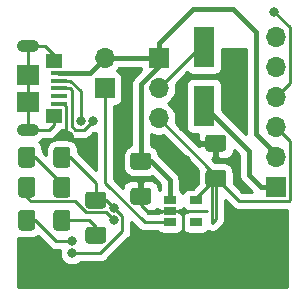
<source format=gbr>
G04 #@! TF.GenerationSoftware,KiCad,Pcbnew,5.1.6-c6e7f7d~86~ubuntu18.04.1*
G04 #@! TF.CreationDate,2020-05-25T23:57:25-07:00*
G04 #@! TF.ProjectId,usb_power,7573625f-706f-4776-9572-2e6b69636164,rev?*
G04 #@! TF.SameCoordinates,Original*
G04 #@! TF.FileFunction,Copper,L1,Top*
G04 #@! TF.FilePolarity,Positive*
%FSLAX46Y46*%
G04 Gerber Fmt 4.6, Leading zero omitted, Abs format (unit mm)*
G04 Created by KiCad (PCBNEW 5.1.6-c6e7f7d~86~ubuntu18.04.1) date 2020-05-25 23:57:25*
%MOMM*%
%LPD*%
G01*
G04 APERTURE LIST*
G04 #@! TA.AperFunction,SMDPad,CuDef*
%ADD10R,1.450000X1.150000*%
G04 #@! TD*
G04 #@! TA.AperFunction,ComponentPad*
%ADD11O,1.900000X1.050000*%
G04 #@! TD*
G04 #@! TA.AperFunction,SMDPad,CuDef*
%ADD12R,1.900000X1.750000*%
G04 #@! TD*
G04 #@! TA.AperFunction,SMDPad,CuDef*
%ADD13R,1.400000X0.400000*%
G04 #@! TD*
G04 #@! TA.AperFunction,ComponentPad*
%ADD14O,1.700000X1.700000*%
G04 #@! TD*
G04 #@! TA.AperFunction,ComponentPad*
%ADD15R,1.700000X1.700000*%
G04 #@! TD*
G04 #@! TA.AperFunction,SMDPad,CuDef*
%ADD16R,1.800000X3.500000*%
G04 #@! TD*
G04 #@! TA.AperFunction,SMDPad,CuDef*
%ADD17R,1.060000X0.650000*%
G04 #@! TD*
G04 #@! TA.AperFunction,ViaPad*
%ADD18C,0.800000*%
G04 #@! TD*
G04 #@! TA.AperFunction,Conductor*
%ADD19C,0.400000*%
G04 #@! TD*
G04 #@! TA.AperFunction,Conductor*
%ADD20C,0.250000*%
G04 #@! TD*
G04 #@! TA.AperFunction,Conductor*
%ADD21C,0.254000*%
G04 #@! TD*
G04 APERTURE END LIST*
D10*
X154192000Y-92930000D03*
X154192000Y-97570000D03*
D11*
X151962000Y-98825000D03*
X151962000Y-91675000D03*
D12*
X151962000Y-94125000D03*
D13*
X154612000Y-95250000D03*
X154612000Y-95900000D03*
X154612000Y-96550000D03*
X154612000Y-93950000D03*
X154612000Y-94600000D03*
D12*
X151962000Y-96375000D03*
G04 #@! TA.AperFunction,SMDPad,CuDef*
G36*
G01*
X152604500Y-100467000D02*
X152604500Y-101717000D01*
G75*
G02*
X152354500Y-101967000I-250000J0D01*
G01*
X151429500Y-101967000D01*
G75*
G02*
X151179500Y-101717000I0J250000D01*
G01*
X151179500Y-100467000D01*
G75*
G02*
X151429500Y-100217000I250000J0D01*
G01*
X152354500Y-100217000D01*
G75*
G02*
X152604500Y-100467000I0J-250000D01*
G01*
G37*
G04 #@! TD.AperFunction*
G04 #@! TA.AperFunction,SMDPad,CuDef*
G36*
G01*
X155579500Y-100467000D02*
X155579500Y-101717000D01*
G75*
G02*
X155329500Y-101967000I-250000J0D01*
G01*
X154404500Y-101967000D01*
G75*
G02*
X154154500Y-101717000I0J250000D01*
G01*
X154154500Y-100467000D01*
G75*
G02*
X154404500Y-100217000I250000J0D01*
G01*
X155329500Y-100217000D01*
G75*
G02*
X155579500Y-100467000I0J-250000D01*
G01*
G37*
G04 #@! TD.AperFunction*
G04 #@! TA.AperFunction,SMDPad,CuDef*
G36*
G01*
X157109000Y-106983500D02*
X158359000Y-106983500D01*
G75*
G02*
X158609000Y-107233500I0J-250000D01*
G01*
X158609000Y-108158500D01*
G75*
G02*
X158359000Y-108408500I-250000J0D01*
G01*
X157109000Y-108408500D01*
G75*
G02*
X156859000Y-108158500I0J250000D01*
G01*
X156859000Y-107233500D01*
G75*
G02*
X157109000Y-106983500I250000J0D01*
G01*
G37*
G04 #@! TD.AperFunction*
G04 #@! TA.AperFunction,SMDPad,CuDef*
G36*
G01*
X157109000Y-104008500D02*
X158359000Y-104008500D01*
G75*
G02*
X158609000Y-104258500I0J-250000D01*
G01*
X158609000Y-105183500D01*
G75*
G02*
X158359000Y-105433500I-250000J0D01*
G01*
X157109000Y-105433500D01*
G75*
G02*
X156859000Y-105183500I0J250000D01*
G01*
X156859000Y-104258500D01*
G75*
G02*
X157109000Y-104008500I250000J0D01*
G01*
G37*
G04 #@! TD.AperFunction*
D14*
X172974000Y-90932000D03*
X172974000Y-93472000D03*
X172974000Y-96012000D03*
X172974000Y-98552000D03*
X172974000Y-101092000D03*
D15*
X172974000Y-103632000D03*
G04 #@! TA.AperFunction,SMDPad,CuDef*
G36*
G01*
X154154500Y-104257000D02*
X154154500Y-103007000D01*
G75*
G02*
X154404500Y-102757000I250000J0D01*
G01*
X155329500Y-102757000D01*
G75*
G02*
X155579500Y-103007000I0J-250000D01*
G01*
X155579500Y-104257000D01*
G75*
G02*
X155329500Y-104507000I-250000J0D01*
G01*
X154404500Y-104507000D01*
G75*
G02*
X154154500Y-104257000I0J250000D01*
G01*
G37*
G04 #@! TD.AperFunction*
G04 #@! TA.AperFunction,SMDPad,CuDef*
G36*
G01*
X151179500Y-104257000D02*
X151179500Y-103007000D01*
G75*
G02*
X151429500Y-102757000I250000J0D01*
G01*
X152354500Y-102757000D01*
G75*
G02*
X152604500Y-103007000I0J-250000D01*
G01*
X152604500Y-104257000D01*
G75*
G02*
X152354500Y-104507000I-250000J0D01*
G01*
X151429500Y-104507000D01*
G75*
G02*
X151179500Y-104257000I0J250000D01*
G01*
G37*
G04 #@! TD.AperFunction*
G04 #@! TA.AperFunction,SMDPad,CuDef*
G36*
G01*
X154154500Y-107051000D02*
X154154500Y-105801000D01*
G75*
G02*
X154404500Y-105551000I250000J0D01*
G01*
X155329500Y-105551000D01*
G75*
G02*
X155579500Y-105801000I0J-250000D01*
G01*
X155579500Y-107051000D01*
G75*
G02*
X155329500Y-107301000I-250000J0D01*
G01*
X154404500Y-107301000D01*
G75*
G02*
X154154500Y-107051000I0J250000D01*
G01*
G37*
G04 #@! TD.AperFunction*
G04 #@! TA.AperFunction,SMDPad,CuDef*
G36*
G01*
X151179500Y-107051000D02*
X151179500Y-105801000D01*
G75*
G02*
X151429500Y-105551000I250000J0D01*
G01*
X152354500Y-105551000D01*
G75*
G02*
X152604500Y-105801000I0J-250000D01*
G01*
X152604500Y-107051000D01*
G75*
G02*
X152354500Y-107301000I-250000J0D01*
G01*
X151429500Y-107301000D01*
G75*
G02*
X151179500Y-107051000I0J250000D01*
G01*
G37*
G04 #@! TD.AperFunction*
G04 #@! TA.AperFunction,SMDPad,CuDef*
G36*
G01*
X160919000Y-100706500D02*
X162169000Y-100706500D01*
G75*
G02*
X162419000Y-100956500I0J-250000D01*
G01*
X162419000Y-101881500D01*
G75*
G02*
X162169000Y-102131500I-250000J0D01*
G01*
X160919000Y-102131500D01*
G75*
G02*
X160669000Y-101881500I0J250000D01*
G01*
X160669000Y-100956500D01*
G75*
G02*
X160919000Y-100706500I250000J0D01*
G01*
G37*
G04 #@! TD.AperFunction*
G04 #@! TA.AperFunction,SMDPad,CuDef*
G36*
G01*
X160919000Y-103681500D02*
X162169000Y-103681500D01*
G75*
G02*
X162419000Y-103931500I0J-250000D01*
G01*
X162419000Y-104856500D01*
G75*
G02*
X162169000Y-105106500I-250000J0D01*
G01*
X160919000Y-105106500D01*
G75*
G02*
X160669000Y-104856500I0J250000D01*
G01*
X160669000Y-103931500D01*
G75*
G02*
X160919000Y-103681500I250000J0D01*
G01*
G37*
G04 #@! TD.AperFunction*
G04 #@! TA.AperFunction,SMDPad,CuDef*
G36*
G01*
X168519000Y-100607500D02*
X167269000Y-100607500D01*
G75*
G02*
X167019000Y-100357500I0J250000D01*
G01*
X167019000Y-99432500D01*
G75*
G02*
X167269000Y-99182500I250000J0D01*
G01*
X168519000Y-99182500D01*
G75*
G02*
X168769000Y-99432500I0J-250000D01*
G01*
X168769000Y-100357500D01*
G75*
G02*
X168519000Y-100607500I-250000J0D01*
G01*
G37*
G04 #@! TD.AperFunction*
G04 #@! TA.AperFunction,SMDPad,CuDef*
G36*
G01*
X168519000Y-103582500D02*
X167269000Y-103582500D01*
G75*
G02*
X167019000Y-103332500I0J250000D01*
G01*
X167019000Y-102407500D01*
G75*
G02*
X167269000Y-102157500I250000J0D01*
G01*
X168519000Y-102157500D01*
G75*
G02*
X168769000Y-102407500I0J-250000D01*
G01*
X168769000Y-103332500D01*
G75*
G02*
X168519000Y-103582500I-250000J0D01*
G01*
G37*
G04 #@! TD.AperFunction*
D16*
X166878000Y-96734000D03*
X166878000Y-91734000D03*
D15*
X158496000Y-95250000D03*
D14*
X158496000Y-92710000D03*
D15*
X163068000Y-92710000D03*
D14*
X163068000Y-95250000D03*
X163068000Y-97790000D03*
D17*
X164000000Y-104714000D03*
X164000000Y-105664000D03*
X164000000Y-106614000D03*
X166200000Y-106614000D03*
X166200000Y-104714000D03*
D18*
X151765000Y-109728000D03*
X172847000Y-88773000D03*
X159766000Y-99568000D03*
X155448000Y-99314000D03*
X165354000Y-101346000D03*
X165100000Y-98552000D03*
X155702000Y-108204000D03*
X159258000Y-106426000D03*
X156447000Y-98044000D03*
X157497000Y-98044000D03*
X159262653Y-105405347D03*
X155702000Y-109220000D03*
D19*
X158496000Y-92710000D02*
X163068000Y-92710000D01*
X164000000Y-103989000D02*
X164000000Y-104714000D01*
X164000000Y-103000000D02*
X164000000Y-103989000D01*
X162419000Y-101419000D02*
X164000000Y-103000000D01*
X161544000Y-101419000D02*
X162419000Y-101419000D01*
X161544000Y-94923998D02*
X161544000Y-101419000D01*
X163068000Y-92710000D02*
X163068000Y-93399998D01*
X163068000Y-93399998D02*
X161544000Y-94923998D01*
X157256000Y-93950000D02*
X154624500Y-93950000D01*
X158496000Y-92710000D02*
X157256000Y-93950000D01*
X163068000Y-91460000D02*
X163068000Y-92710000D01*
X165960001Y-88567999D02*
X163068000Y-91460000D01*
X169368001Y-88567999D02*
X165960001Y-88567999D01*
X171288010Y-90488008D02*
X169368001Y-88567999D01*
X171288010Y-99152010D02*
X171288010Y-90488008D01*
X172974000Y-100838000D02*
X171288010Y-99152010D01*
X172974000Y-101092000D02*
X172974000Y-100838000D01*
D20*
X163220000Y-105664000D02*
X164000000Y-105664000D01*
X162101500Y-105664000D02*
X163220000Y-105664000D01*
X161544000Y-105106500D02*
X162101500Y-105664000D01*
X161544000Y-104394000D02*
X161544000Y-105106500D01*
X174149001Y-90075001D02*
X172847000Y-88773000D01*
X172974000Y-96012000D02*
X174149001Y-94836999D01*
X174149001Y-94836999D02*
X174149001Y-90075001D01*
X155242001Y-99108001D02*
X155448000Y-99314000D01*
X154612000Y-96550000D02*
X155057002Y-96550000D01*
X155242001Y-96734999D02*
X155242001Y-99108001D01*
X155057002Y-96550000D02*
X155242001Y-96734999D01*
X164780000Y-105664000D02*
X165100000Y-105984000D01*
X164000000Y-105664000D02*
X164780000Y-105664000D01*
X165100000Y-105984000D02*
X165100000Y-106172000D01*
X165100000Y-106172000D02*
X165100000Y-107442000D01*
X164000000Y-105664000D02*
X167132000Y-105664000D01*
X167894000Y-99895000D02*
X166443000Y-99895000D01*
X166443000Y-99895000D02*
X165100000Y-98552000D01*
X172974000Y-98552000D02*
X174149001Y-99727001D01*
X174149001Y-99727001D02*
X174149001Y-104742001D01*
X169831001Y-104807001D02*
X167894000Y-102870000D01*
X174084001Y-104807001D02*
X169831001Y-104807001D01*
X174149001Y-104742001D02*
X174084001Y-104807001D01*
X166200000Y-104564000D02*
X167894000Y-102870000D01*
X166200000Y-104714000D02*
X166200000Y-104564000D01*
X167582010Y-102304010D02*
X163068000Y-97790000D01*
X167582010Y-106671992D02*
X167582010Y-102304010D01*
X167894000Y-106360002D02*
X167582010Y-106671992D01*
X167894000Y-102870000D02*
X167894000Y-106360002D01*
D19*
X171724000Y-103632000D02*
X172974000Y-103632000D01*
X170688000Y-102596000D02*
X171724000Y-103632000D01*
X170688000Y-100544000D02*
X166878000Y-96734000D01*
X170688000Y-102596000D02*
X170688000Y-100544000D01*
D20*
X166584000Y-91734000D02*
X166878000Y-91734000D01*
X163068000Y-95250000D02*
X166584000Y-91734000D01*
X154192000Y-98395000D02*
X153781000Y-98806000D01*
X154192000Y-97570000D02*
X154192000Y-98395000D01*
X151981000Y-98806000D02*
X151962000Y-98825000D01*
X153781000Y-98806000D02*
X151981000Y-98806000D01*
X154192000Y-92930000D02*
X154192000Y-92470000D01*
X153397000Y-91675000D02*
X151962000Y-91675000D01*
X154192000Y-92470000D02*
X153397000Y-91675000D01*
X151962000Y-98825000D02*
X151962000Y-91675000D01*
X163220000Y-106614000D02*
X164000000Y-106614000D01*
X161863310Y-106614000D02*
X163220000Y-106614000D01*
X158496000Y-103246690D02*
X161863310Y-106614000D01*
X158496000Y-95250000D02*
X158496000Y-103246690D01*
X155579500Y-106426000D02*
X154867000Y-106426000D01*
X157176500Y-106426000D02*
X155579500Y-106426000D01*
X157734000Y-106983500D02*
X157176500Y-106426000D01*
X157734000Y-107696000D02*
X157734000Y-106983500D01*
X154382500Y-108204000D02*
X155702000Y-108204000D01*
X151892000Y-106426000D02*
X152604500Y-106426000D01*
X152604500Y-106426000D02*
X154382500Y-108204000D01*
X154867000Y-103354500D02*
X154867000Y-103632000D01*
X152604500Y-101092000D02*
X154867000Y-103354500D01*
X151892000Y-101092000D02*
X152604500Y-101092000D01*
X151892000Y-104507000D02*
X152217010Y-104832010D01*
X151892000Y-103632000D02*
X151892000Y-104507000D01*
X152217010Y-104832010D02*
X155944320Y-104832010D01*
X155944320Y-104832010D02*
X156870820Y-105758510D01*
X156870820Y-105758510D02*
X158590510Y-105758510D01*
X158590510Y-105758510D02*
X159258000Y-106426000D01*
X155549500Y-94600000D02*
X154624500Y-94600000D01*
X156447000Y-95497500D02*
X155549500Y-94600000D01*
X156447000Y-98044000D02*
X156447000Y-95497500D01*
X155692012Y-98485008D02*
X155692012Y-95392512D01*
X155549500Y-95250000D02*
X154624500Y-95250000D01*
X155692012Y-95392512D02*
X155549500Y-95250000D01*
X156771999Y-98769001D02*
X155976005Y-98769001D01*
X155976005Y-98769001D02*
X155692012Y-98485008D01*
X157497000Y-98044000D02*
X156771999Y-98769001D01*
X157734000Y-103246500D02*
X157734000Y-104008500D01*
X155579500Y-101092000D02*
X157734000Y-103246500D01*
X157734000Y-104008500D02*
X157734000Y-104721000D01*
X154867000Y-101092000D02*
X155579500Y-101092000D01*
X157734000Y-104721000D02*
X158578306Y-104721000D01*
X158578306Y-104721000D02*
X159262653Y-105405347D01*
X159983001Y-107347689D02*
X158110690Y-109220000D01*
X159983001Y-106077999D02*
X159983001Y-107347689D01*
X157734000Y-104721000D02*
X158626002Y-104721000D01*
X158110690Y-109220000D02*
X155702000Y-109220000D01*
X158626002Y-104721000D02*
X159983001Y-106077999D01*
D21*
G36*
X169267202Y-105318004D02*
G01*
X169291000Y-105347002D01*
X169319998Y-105370800D01*
X169406724Y-105441975D01*
X169531735Y-105508795D01*
X169538754Y-105512547D01*
X169682015Y-105556004D01*
X169793668Y-105567001D01*
X169793677Y-105567001D01*
X169831000Y-105570677D01*
X169868323Y-105567001D01*
X173965000Y-105567001D01*
X173965000Y-108552582D01*
X173965001Y-112116000D01*
X151155000Y-112116000D01*
X151155000Y-107891296D01*
X151256246Y-107922008D01*
X151429500Y-107939072D01*
X152354500Y-107939072D01*
X152527754Y-107922008D01*
X152694350Y-107871472D01*
X152847886Y-107789405D01*
X152872722Y-107769023D01*
X153818701Y-108715003D01*
X153842499Y-108744001D01*
X153958224Y-108838974D01*
X154090253Y-108909546D01*
X154233514Y-108953003D01*
X154345167Y-108964000D01*
X154345175Y-108964000D01*
X154382500Y-108967676D01*
X154419825Y-108964000D01*
X154697644Y-108964000D01*
X154667000Y-109118061D01*
X154667000Y-109321939D01*
X154706774Y-109521898D01*
X154784795Y-109710256D01*
X154898063Y-109879774D01*
X155042226Y-110023937D01*
X155211744Y-110137205D01*
X155400102Y-110215226D01*
X155600061Y-110255000D01*
X155803939Y-110255000D01*
X156003898Y-110215226D01*
X156192256Y-110137205D01*
X156361774Y-110023937D01*
X156405711Y-109980000D01*
X158073368Y-109980000D01*
X158110690Y-109983676D01*
X158148012Y-109980000D01*
X158148023Y-109980000D01*
X158259676Y-109969003D01*
X158402937Y-109925546D01*
X158534966Y-109854974D01*
X158650691Y-109760001D01*
X158674494Y-109730997D01*
X160494004Y-107911488D01*
X160523002Y-107887690D01*
X160617975Y-107771965D01*
X160688547Y-107639936D01*
X160732004Y-107496675D01*
X160743001Y-107385022D01*
X160746678Y-107347689D01*
X160743001Y-107310356D01*
X160743001Y-106568494D01*
X161299515Y-107125008D01*
X161323309Y-107154001D01*
X161352302Y-107177795D01*
X161352306Y-107177799D01*
X161415837Y-107229937D01*
X161439034Y-107248974D01*
X161571063Y-107319546D01*
X161714324Y-107363003D01*
X161825977Y-107374000D01*
X161825986Y-107374000D01*
X161863309Y-107377676D01*
X161900632Y-107374000D01*
X163005532Y-107374000D01*
X163018815Y-107390185D01*
X163115506Y-107469537D01*
X163225820Y-107528502D01*
X163345518Y-107564812D01*
X163470000Y-107577072D01*
X164530000Y-107577072D01*
X164654482Y-107564812D01*
X164774180Y-107528502D01*
X164884494Y-107469537D01*
X164981185Y-107390185D01*
X165060537Y-107293494D01*
X165100000Y-107219665D01*
X165139463Y-107293494D01*
X165218815Y-107390185D01*
X165315506Y-107469537D01*
X165425820Y-107528502D01*
X165545518Y-107564812D01*
X165670000Y-107577072D01*
X166730000Y-107577072D01*
X166854482Y-107564812D01*
X166974180Y-107528502D01*
X167084494Y-107469537D01*
X167181185Y-107390185D01*
X167221506Y-107341053D01*
X167289763Y-107377538D01*
X167433024Y-107420995D01*
X167582010Y-107435669D01*
X167730995Y-107420995D01*
X167874256Y-107377538D01*
X167949554Y-107337290D01*
X168006286Y-107306966D01*
X168076950Y-107248973D01*
X168122011Y-107211993D01*
X168145813Y-107182990D01*
X168405002Y-106923802D01*
X168434001Y-106900003D01*
X168528974Y-106784278D01*
X168599546Y-106652249D01*
X168643003Y-106508988D01*
X168654000Y-106397335D01*
X168654000Y-106397326D01*
X168657676Y-106360003D01*
X168654000Y-106322680D01*
X168654000Y-104704802D01*
X169267202Y-105318004D01*
G37*
X169267202Y-105318004D02*
X169291000Y-105347002D01*
X169319998Y-105370800D01*
X169406724Y-105441975D01*
X169531735Y-105508795D01*
X169538754Y-105512547D01*
X169682015Y-105556004D01*
X169793668Y-105567001D01*
X169793677Y-105567001D01*
X169831000Y-105570677D01*
X169868323Y-105567001D01*
X173965000Y-105567001D01*
X173965000Y-108552582D01*
X173965001Y-112116000D01*
X151155000Y-112116000D01*
X151155000Y-107891296D01*
X151256246Y-107922008D01*
X151429500Y-107939072D01*
X152354500Y-107939072D01*
X152527754Y-107922008D01*
X152694350Y-107871472D01*
X152847886Y-107789405D01*
X152872722Y-107769023D01*
X153818701Y-108715003D01*
X153842499Y-108744001D01*
X153958224Y-108838974D01*
X154090253Y-108909546D01*
X154233514Y-108953003D01*
X154345167Y-108964000D01*
X154345175Y-108964000D01*
X154382500Y-108967676D01*
X154419825Y-108964000D01*
X154697644Y-108964000D01*
X154667000Y-109118061D01*
X154667000Y-109321939D01*
X154706774Y-109521898D01*
X154784795Y-109710256D01*
X154898063Y-109879774D01*
X155042226Y-110023937D01*
X155211744Y-110137205D01*
X155400102Y-110215226D01*
X155600061Y-110255000D01*
X155803939Y-110255000D01*
X156003898Y-110215226D01*
X156192256Y-110137205D01*
X156361774Y-110023937D01*
X156405711Y-109980000D01*
X158073368Y-109980000D01*
X158110690Y-109983676D01*
X158148012Y-109980000D01*
X158148023Y-109980000D01*
X158259676Y-109969003D01*
X158402937Y-109925546D01*
X158534966Y-109854974D01*
X158650691Y-109760001D01*
X158674494Y-109730997D01*
X160494004Y-107911488D01*
X160523002Y-107887690D01*
X160617975Y-107771965D01*
X160688547Y-107639936D01*
X160732004Y-107496675D01*
X160743001Y-107385022D01*
X160746678Y-107347689D01*
X160743001Y-107310356D01*
X160743001Y-106568494D01*
X161299515Y-107125008D01*
X161323309Y-107154001D01*
X161352302Y-107177795D01*
X161352306Y-107177799D01*
X161415837Y-107229937D01*
X161439034Y-107248974D01*
X161571063Y-107319546D01*
X161714324Y-107363003D01*
X161825977Y-107374000D01*
X161825986Y-107374000D01*
X161863309Y-107377676D01*
X161900632Y-107374000D01*
X163005532Y-107374000D01*
X163018815Y-107390185D01*
X163115506Y-107469537D01*
X163225820Y-107528502D01*
X163345518Y-107564812D01*
X163470000Y-107577072D01*
X164530000Y-107577072D01*
X164654482Y-107564812D01*
X164774180Y-107528502D01*
X164884494Y-107469537D01*
X164981185Y-107390185D01*
X165060537Y-107293494D01*
X165100000Y-107219665D01*
X165139463Y-107293494D01*
X165218815Y-107390185D01*
X165315506Y-107469537D01*
X165425820Y-107528502D01*
X165545518Y-107564812D01*
X165670000Y-107577072D01*
X166730000Y-107577072D01*
X166854482Y-107564812D01*
X166974180Y-107528502D01*
X167084494Y-107469537D01*
X167181185Y-107390185D01*
X167221506Y-107341053D01*
X167289763Y-107377538D01*
X167433024Y-107420995D01*
X167582010Y-107435669D01*
X167730995Y-107420995D01*
X167874256Y-107377538D01*
X167949554Y-107337290D01*
X168006286Y-107306966D01*
X168076950Y-107248973D01*
X168122011Y-107211993D01*
X168145813Y-107182990D01*
X168405002Y-106923802D01*
X168434001Y-106900003D01*
X168528974Y-106784278D01*
X168599546Y-106652249D01*
X168643003Y-106508988D01*
X168654000Y-106397335D01*
X168654000Y-106397326D01*
X168657676Y-106360003D01*
X168654000Y-106322680D01*
X168654000Y-104704802D01*
X169267202Y-105318004D01*
G36*
X165218815Y-105490185D02*
G01*
X165315506Y-105569537D01*
X165425820Y-105628502D01*
X165542841Y-105664000D01*
X165425820Y-105699498D01*
X165315506Y-105758463D01*
X165218815Y-105837815D01*
X165144103Y-105928853D01*
X165006250Y-105791000D01*
X164924141Y-105791000D01*
X164884494Y-105758463D01*
X164774180Y-105699498D01*
X164657159Y-105664000D01*
X164774180Y-105628502D01*
X164884494Y-105569537D01*
X164924141Y-105537000D01*
X165006250Y-105537000D01*
X165144103Y-105399147D01*
X165218815Y-105490185D01*
G37*
X165218815Y-105490185D02*
X165315506Y-105569537D01*
X165425820Y-105628502D01*
X165542841Y-105664000D01*
X165425820Y-105699498D01*
X165315506Y-105758463D01*
X165218815Y-105837815D01*
X165144103Y-105928853D01*
X165006250Y-105791000D01*
X164924141Y-105791000D01*
X164884494Y-105758463D01*
X164774180Y-105699498D01*
X164657159Y-105664000D01*
X164774180Y-105628502D01*
X164884494Y-105569537D01*
X164924141Y-105537000D01*
X165006250Y-105537000D01*
X165144103Y-105399147D01*
X165218815Y-105490185D01*
G36*
X162993750Y-105537000D02*
G01*
X163075859Y-105537000D01*
X163115506Y-105569537D01*
X163225820Y-105628502D01*
X163342841Y-105664000D01*
X163225820Y-105699498D01*
X163115506Y-105758463D01*
X163075859Y-105791000D01*
X162993750Y-105791000D01*
X162930750Y-105854000D01*
X162178113Y-105854000D01*
X162066849Y-105742736D01*
X162419000Y-105744572D01*
X162543482Y-105732312D01*
X162663180Y-105696002D01*
X162773494Y-105637037D01*
X162870185Y-105557685D01*
X162935206Y-105478456D01*
X162993750Y-105537000D01*
G37*
X162993750Y-105537000D02*
X163075859Y-105537000D01*
X163115506Y-105569537D01*
X163225820Y-105628502D01*
X163342841Y-105664000D01*
X163225820Y-105699498D01*
X163115506Y-105758463D01*
X163075859Y-105791000D01*
X162993750Y-105791000D01*
X162930750Y-105854000D01*
X162178113Y-105854000D01*
X162066849Y-105742736D01*
X162419000Y-105744572D01*
X162543482Y-105732312D01*
X162663180Y-105696002D01*
X162773494Y-105637037D01*
X162870185Y-105557685D01*
X162935206Y-105478456D01*
X162993750Y-105537000D01*
G36*
X161579928Y-93560000D02*
G01*
X161592188Y-93684482D01*
X161594623Y-93692508D01*
X160982579Y-94304552D01*
X160950709Y-94330707D01*
X160880593Y-94416145D01*
X160846364Y-94457853D01*
X160768828Y-94602912D01*
X160721082Y-94760310D01*
X160704960Y-94923998D01*
X160709000Y-94965017D01*
X160709001Y-100096638D01*
X160579150Y-100136028D01*
X160425614Y-100218095D01*
X160291038Y-100328538D01*
X160180595Y-100463114D01*
X160098528Y-100616650D01*
X160047992Y-100783246D01*
X160030928Y-100956500D01*
X160030928Y-101881500D01*
X160047992Y-102054754D01*
X160098528Y-102221350D01*
X160180595Y-102374886D01*
X160291038Y-102509462D01*
X160425614Y-102619905D01*
X160579150Y-102701972D01*
X160745746Y-102752508D01*
X160919000Y-102769572D01*
X162169000Y-102769572D01*
X162342254Y-102752508D01*
X162508850Y-102701972D01*
X162516836Y-102697704D01*
X163165000Y-103345869D01*
X163165001Y-103832007D01*
X163115506Y-103858463D01*
X163055443Y-103907755D01*
X163057072Y-103681500D01*
X163044812Y-103557018D01*
X163008502Y-103437320D01*
X162949537Y-103327006D01*
X162870185Y-103230315D01*
X162773494Y-103150963D01*
X162663180Y-103091998D01*
X162543482Y-103055688D01*
X162419000Y-103043428D01*
X161829750Y-103046500D01*
X161671000Y-103205250D01*
X161671000Y-104267000D01*
X161691000Y-104267000D01*
X161691000Y-104521000D01*
X161671000Y-104521000D01*
X161671000Y-104541000D01*
X161417000Y-104541000D01*
X161417000Y-104521000D01*
X161397000Y-104521000D01*
X161397000Y-104267000D01*
X161417000Y-104267000D01*
X161417000Y-103205250D01*
X161258250Y-103046500D01*
X160669000Y-103043428D01*
X160544518Y-103055688D01*
X160424820Y-103091998D01*
X160314506Y-103150963D01*
X160217815Y-103230315D01*
X160138463Y-103327006D01*
X160079498Y-103437320D01*
X160043188Y-103557018D01*
X160030928Y-103681500D01*
X160031112Y-103707000D01*
X159256000Y-102931889D01*
X159256000Y-96738072D01*
X159346000Y-96738072D01*
X159470482Y-96725812D01*
X159590180Y-96689502D01*
X159700494Y-96630537D01*
X159797185Y-96551185D01*
X159876537Y-96454494D01*
X159935502Y-96344180D01*
X159971812Y-96224482D01*
X159984072Y-96100000D01*
X159984072Y-94400000D01*
X159971812Y-94275518D01*
X159935502Y-94155820D01*
X159876537Y-94045506D01*
X159797185Y-93948815D01*
X159700494Y-93869463D01*
X159590180Y-93810498D01*
X159517620Y-93788487D01*
X159649475Y-93656632D01*
X159724065Y-93545000D01*
X161579928Y-93545000D01*
X161579928Y-93560000D01*
G37*
X161579928Y-93560000D02*
X161592188Y-93684482D01*
X161594623Y-93692508D01*
X160982579Y-94304552D01*
X160950709Y-94330707D01*
X160880593Y-94416145D01*
X160846364Y-94457853D01*
X160768828Y-94602912D01*
X160721082Y-94760310D01*
X160704960Y-94923998D01*
X160709000Y-94965017D01*
X160709001Y-100096638D01*
X160579150Y-100136028D01*
X160425614Y-100218095D01*
X160291038Y-100328538D01*
X160180595Y-100463114D01*
X160098528Y-100616650D01*
X160047992Y-100783246D01*
X160030928Y-100956500D01*
X160030928Y-101881500D01*
X160047992Y-102054754D01*
X160098528Y-102221350D01*
X160180595Y-102374886D01*
X160291038Y-102509462D01*
X160425614Y-102619905D01*
X160579150Y-102701972D01*
X160745746Y-102752508D01*
X160919000Y-102769572D01*
X162169000Y-102769572D01*
X162342254Y-102752508D01*
X162508850Y-102701972D01*
X162516836Y-102697704D01*
X163165000Y-103345869D01*
X163165001Y-103832007D01*
X163115506Y-103858463D01*
X163055443Y-103907755D01*
X163057072Y-103681500D01*
X163044812Y-103557018D01*
X163008502Y-103437320D01*
X162949537Y-103327006D01*
X162870185Y-103230315D01*
X162773494Y-103150963D01*
X162663180Y-103091998D01*
X162543482Y-103055688D01*
X162419000Y-103043428D01*
X161829750Y-103046500D01*
X161671000Y-103205250D01*
X161671000Y-104267000D01*
X161691000Y-104267000D01*
X161691000Y-104521000D01*
X161671000Y-104521000D01*
X161671000Y-104541000D01*
X161417000Y-104541000D01*
X161417000Y-104521000D01*
X161397000Y-104521000D01*
X161397000Y-104267000D01*
X161417000Y-104267000D01*
X161417000Y-103205250D01*
X161258250Y-103046500D01*
X160669000Y-103043428D01*
X160544518Y-103055688D01*
X160424820Y-103091998D01*
X160314506Y-103150963D01*
X160217815Y-103230315D01*
X160138463Y-103327006D01*
X160079498Y-103437320D01*
X160043188Y-103557018D01*
X160030928Y-103681500D01*
X160031112Y-103707000D01*
X159256000Y-102931889D01*
X159256000Y-96738072D01*
X159346000Y-96738072D01*
X159470482Y-96725812D01*
X159590180Y-96689502D01*
X159700494Y-96630537D01*
X159797185Y-96551185D01*
X159876537Y-96454494D01*
X159935502Y-96344180D01*
X159971812Y-96224482D01*
X159984072Y-96100000D01*
X159984072Y-94400000D01*
X159971812Y-94275518D01*
X159935502Y-94155820D01*
X159876537Y-94045506D01*
X159797185Y-93948815D01*
X159700494Y-93869463D01*
X159590180Y-93810498D01*
X159517620Y-93788487D01*
X159649475Y-93656632D01*
X159724065Y-93545000D01*
X161579928Y-93545000D01*
X161579928Y-93560000D01*
G36*
X162634842Y-99217932D02*
G01*
X162921740Y-99275000D01*
X163214260Y-99275000D01*
X163434408Y-99231209D01*
X166407174Y-102203976D01*
X166397992Y-102234246D01*
X166380928Y-102407500D01*
X166380928Y-103308271D01*
X165938271Y-103750928D01*
X165670000Y-103750928D01*
X165545518Y-103763188D01*
X165425820Y-103799498D01*
X165315506Y-103858463D01*
X165218815Y-103937815D01*
X165139463Y-104034506D01*
X165100000Y-104108335D01*
X165060537Y-104034506D01*
X164981185Y-103937815D01*
X164884494Y-103858463D01*
X164835000Y-103832007D01*
X164835000Y-103041018D01*
X164839040Y-103000000D01*
X164822918Y-102836312D01*
X164821813Y-102832667D01*
X164775172Y-102678913D01*
X164697636Y-102533854D01*
X164686211Y-102519932D01*
X164619439Y-102438570D01*
X164619437Y-102438568D01*
X164593291Y-102406709D01*
X164561433Y-102380564D01*
X163048300Y-100867433D01*
X163040008Y-100783246D01*
X162989472Y-100616650D01*
X162907405Y-100463114D01*
X162796962Y-100328538D01*
X162662386Y-100218095D01*
X162508850Y-100136028D01*
X162379000Y-100096639D01*
X162379000Y-99111959D01*
X162634842Y-99217932D01*
G37*
X162634842Y-99217932D02*
X162921740Y-99275000D01*
X163214260Y-99275000D01*
X163434408Y-99231209D01*
X166407174Y-102203976D01*
X166397992Y-102234246D01*
X166380928Y-102407500D01*
X166380928Y-103308271D01*
X165938271Y-103750928D01*
X165670000Y-103750928D01*
X165545518Y-103763188D01*
X165425820Y-103799498D01*
X165315506Y-103858463D01*
X165218815Y-103937815D01*
X165139463Y-104034506D01*
X165100000Y-104108335D01*
X165060537Y-104034506D01*
X164981185Y-103937815D01*
X164884494Y-103858463D01*
X164835000Y-103832007D01*
X164835000Y-103041018D01*
X164839040Y-103000000D01*
X164822918Y-102836312D01*
X164821813Y-102832667D01*
X164775172Y-102678913D01*
X164697636Y-102533854D01*
X164686211Y-102519932D01*
X164619439Y-102438570D01*
X164619437Y-102438568D01*
X164593291Y-102406709D01*
X164561433Y-102380564D01*
X163048300Y-100867433D01*
X163040008Y-100783246D01*
X162989472Y-100616650D01*
X162907405Y-100463114D01*
X162796962Y-100328538D01*
X162662386Y-100218095D01*
X162508850Y-100136028D01*
X162379000Y-100096639D01*
X162379000Y-99111959D01*
X162634842Y-99217932D01*
G36*
X170453010Y-99110991D02*
G01*
X170451472Y-99126604D01*
X168416072Y-97091204D01*
X168416072Y-94984000D01*
X168403812Y-94859518D01*
X168367502Y-94739820D01*
X168308537Y-94629506D01*
X168229185Y-94532815D01*
X168132494Y-94453463D01*
X168022180Y-94394498D01*
X167902482Y-94358188D01*
X167778000Y-94345928D01*
X165978000Y-94345928D01*
X165853518Y-94358188D01*
X165733820Y-94394498D01*
X165623506Y-94453463D01*
X165526815Y-94532815D01*
X165447463Y-94629506D01*
X165388498Y-94739820D01*
X165352188Y-94859518D01*
X165339928Y-94984000D01*
X165339928Y-98484000D01*
X165352188Y-98608482D01*
X165388498Y-98728180D01*
X165447463Y-98838494D01*
X165526815Y-98935185D01*
X165623506Y-99014537D01*
X165733820Y-99073502D01*
X165853518Y-99109812D01*
X165978000Y-99122072D01*
X166386879Y-99122072D01*
X166380928Y-99182500D01*
X166384000Y-99609250D01*
X166542750Y-99768000D01*
X167767000Y-99768000D01*
X167767000Y-99748000D01*
X168021000Y-99748000D01*
X168021000Y-99768000D01*
X168041000Y-99768000D01*
X168041000Y-100022000D01*
X168021000Y-100022000D01*
X168021000Y-101083750D01*
X168179750Y-101242500D01*
X168769000Y-101245572D01*
X168893482Y-101233312D01*
X169013180Y-101197002D01*
X169123494Y-101138037D01*
X169220185Y-101058685D01*
X169299537Y-100961994D01*
X169358502Y-100851680D01*
X169394812Y-100731982D01*
X169407072Y-100607500D01*
X169405886Y-100442755D01*
X169853001Y-100889870D01*
X169853000Y-102554981D01*
X169848960Y-102596000D01*
X169853000Y-102637018D01*
X169865082Y-102759688D01*
X169912828Y-102917086D01*
X169990364Y-103062145D01*
X170094709Y-103189291D01*
X170126579Y-103215446D01*
X170958133Y-104047001D01*
X170145803Y-104047001D01*
X169407072Y-103308270D01*
X169407072Y-102407500D01*
X169390008Y-102234246D01*
X169339472Y-102067650D01*
X169257405Y-101914114D01*
X169146962Y-101779538D01*
X169012386Y-101669095D01*
X168858850Y-101587028D01*
X168692254Y-101536492D01*
X168519000Y-101519428D01*
X167872230Y-101519428D01*
X167595369Y-101242567D01*
X167608250Y-101242500D01*
X167767000Y-101083750D01*
X167767000Y-100022000D01*
X166542750Y-100022000D01*
X166458776Y-100105974D01*
X164509209Y-98156408D01*
X164553000Y-97936260D01*
X164553000Y-97643740D01*
X164495932Y-97356842D01*
X164383990Y-97086589D01*
X164221475Y-96843368D01*
X164014632Y-96636525D01*
X163840240Y-96520000D01*
X164014632Y-96403475D01*
X164221475Y-96196632D01*
X164383990Y-95953411D01*
X164495932Y-95683158D01*
X164553000Y-95396260D01*
X164553000Y-95103740D01*
X164509209Y-94883592D01*
X165495624Y-93897178D01*
X165526815Y-93935185D01*
X165623506Y-94014537D01*
X165733820Y-94073502D01*
X165853518Y-94109812D01*
X165978000Y-94122072D01*
X167778000Y-94122072D01*
X167902482Y-94109812D01*
X168022180Y-94073502D01*
X168132494Y-94014537D01*
X168229185Y-93935185D01*
X168308537Y-93838494D01*
X168367502Y-93728180D01*
X168403812Y-93608482D01*
X168416072Y-93484000D01*
X168416072Y-91948000D01*
X170453011Y-91948000D01*
X170453010Y-99110991D01*
G37*
X170453010Y-99110991D02*
X170451472Y-99126604D01*
X168416072Y-97091204D01*
X168416072Y-94984000D01*
X168403812Y-94859518D01*
X168367502Y-94739820D01*
X168308537Y-94629506D01*
X168229185Y-94532815D01*
X168132494Y-94453463D01*
X168022180Y-94394498D01*
X167902482Y-94358188D01*
X167778000Y-94345928D01*
X165978000Y-94345928D01*
X165853518Y-94358188D01*
X165733820Y-94394498D01*
X165623506Y-94453463D01*
X165526815Y-94532815D01*
X165447463Y-94629506D01*
X165388498Y-94739820D01*
X165352188Y-94859518D01*
X165339928Y-94984000D01*
X165339928Y-98484000D01*
X165352188Y-98608482D01*
X165388498Y-98728180D01*
X165447463Y-98838494D01*
X165526815Y-98935185D01*
X165623506Y-99014537D01*
X165733820Y-99073502D01*
X165853518Y-99109812D01*
X165978000Y-99122072D01*
X166386879Y-99122072D01*
X166380928Y-99182500D01*
X166384000Y-99609250D01*
X166542750Y-99768000D01*
X167767000Y-99768000D01*
X167767000Y-99748000D01*
X168021000Y-99748000D01*
X168021000Y-99768000D01*
X168041000Y-99768000D01*
X168041000Y-100022000D01*
X168021000Y-100022000D01*
X168021000Y-101083750D01*
X168179750Y-101242500D01*
X168769000Y-101245572D01*
X168893482Y-101233312D01*
X169013180Y-101197002D01*
X169123494Y-101138037D01*
X169220185Y-101058685D01*
X169299537Y-100961994D01*
X169358502Y-100851680D01*
X169394812Y-100731982D01*
X169407072Y-100607500D01*
X169405886Y-100442755D01*
X169853001Y-100889870D01*
X169853000Y-102554981D01*
X169848960Y-102596000D01*
X169853000Y-102637018D01*
X169865082Y-102759688D01*
X169912828Y-102917086D01*
X169990364Y-103062145D01*
X170094709Y-103189291D01*
X170126579Y-103215446D01*
X170958133Y-104047001D01*
X170145803Y-104047001D01*
X169407072Y-103308270D01*
X169407072Y-102407500D01*
X169390008Y-102234246D01*
X169339472Y-102067650D01*
X169257405Y-101914114D01*
X169146962Y-101779538D01*
X169012386Y-101669095D01*
X168858850Y-101587028D01*
X168692254Y-101536492D01*
X168519000Y-101519428D01*
X167872230Y-101519428D01*
X167595369Y-101242567D01*
X167608250Y-101242500D01*
X167767000Y-101083750D01*
X167767000Y-100022000D01*
X166542750Y-100022000D01*
X166458776Y-100105974D01*
X164509209Y-98156408D01*
X164553000Y-97936260D01*
X164553000Y-97643740D01*
X164495932Y-97356842D01*
X164383990Y-97086589D01*
X164221475Y-96843368D01*
X164014632Y-96636525D01*
X163840240Y-96520000D01*
X164014632Y-96403475D01*
X164221475Y-96196632D01*
X164383990Y-95953411D01*
X164495932Y-95683158D01*
X164553000Y-95396260D01*
X164553000Y-95103740D01*
X164509209Y-94883592D01*
X165495624Y-93897178D01*
X165526815Y-93935185D01*
X165623506Y-94014537D01*
X165733820Y-94073502D01*
X165853518Y-94109812D01*
X165978000Y-94122072D01*
X167778000Y-94122072D01*
X167902482Y-94109812D01*
X168022180Y-94073502D01*
X168132494Y-94014537D01*
X168229185Y-93935185D01*
X168308537Y-93838494D01*
X168367502Y-93728180D01*
X168403812Y-93608482D01*
X168416072Y-93484000D01*
X168416072Y-91948000D01*
X170453011Y-91948000D01*
X170453010Y-99110991D01*
G36*
X154986466Y-98777254D02*
G01*
X155057038Y-98909284D01*
X155078144Y-98935001D01*
X155152011Y-99025009D01*
X155181015Y-99048812D01*
X155412201Y-99279998D01*
X155436004Y-99309002D01*
X155551729Y-99403975D01*
X155683758Y-99474547D01*
X155827019Y-99518004D01*
X155938672Y-99529001D01*
X155938680Y-99529001D01*
X155976005Y-99532677D01*
X156013330Y-99529001D01*
X156734677Y-99529001D01*
X156771999Y-99532677D01*
X156809321Y-99529001D01*
X156809332Y-99529001D01*
X156920985Y-99518004D01*
X157064246Y-99474547D01*
X157196275Y-99403975D01*
X157312000Y-99309002D01*
X157335802Y-99279999D01*
X157536801Y-99079000D01*
X157598939Y-99079000D01*
X157736000Y-99051737D01*
X157736001Y-102173699D01*
X156217572Y-100655271D01*
X156217572Y-100467000D01*
X156200508Y-100293746D01*
X156149972Y-100127150D01*
X156067905Y-99973614D01*
X155957462Y-99839038D01*
X155822886Y-99728595D01*
X155669350Y-99646528D01*
X155502754Y-99595992D01*
X155329500Y-99578928D01*
X154404500Y-99578928D01*
X154231246Y-99595992D01*
X154064650Y-99646528D01*
X153911114Y-99728595D01*
X153776538Y-99839038D01*
X153666095Y-99973614D01*
X153584028Y-100127150D01*
X153533492Y-100293746D01*
X153516428Y-100467000D01*
X153516428Y-100929127D01*
X153242572Y-100655271D01*
X153242572Y-100467000D01*
X153225508Y-100293746D01*
X153174972Y-100127150D01*
X153092905Y-99973614D01*
X152982462Y-99839038D01*
X152969910Y-99828737D01*
X153034579Y-99794171D01*
X153211212Y-99649212D01*
X153279502Y-99566000D01*
X153743678Y-99566000D01*
X153781000Y-99569676D01*
X153818322Y-99566000D01*
X153818333Y-99566000D01*
X153929986Y-99555003D01*
X154073247Y-99511546D01*
X154205276Y-99440974D01*
X154321001Y-99346001D01*
X154344804Y-99316997D01*
X154702997Y-98958804D01*
X154732001Y-98935001D01*
X154826974Y-98819276D01*
X154846326Y-98783072D01*
X154917000Y-98783072D01*
X154986165Y-98776260D01*
X154986466Y-98777254D01*
G37*
X154986466Y-98777254D02*
X155057038Y-98909284D01*
X155078144Y-98935001D01*
X155152011Y-99025009D01*
X155181015Y-99048812D01*
X155412201Y-99279998D01*
X155436004Y-99309002D01*
X155551729Y-99403975D01*
X155683758Y-99474547D01*
X155827019Y-99518004D01*
X155938672Y-99529001D01*
X155938680Y-99529001D01*
X155976005Y-99532677D01*
X156013330Y-99529001D01*
X156734677Y-99529001D01*
X156771999Y-99532677D01*
X156809321Y-99529001D01*
X156809332Y-99529001D01*
X156920985Y-99518004D01*
X157064246Y-99474547D01*
X157196275Y-99403975D01*
X157312000Y-99309002D01*
X157335802Y-99279999D01*
X157536801Y-99079000D01*
X157598939Y-99079000D01*
X157736000Y-99051737D01*
X157736001Y-102173699D01*
X156217572Y-100655271D01*
X156217572Y-100467000D01*
X156200508Y-100293746D01*
X156149972Y-100127150D01*
X156067905Y-99973614D01*
X155957462Y-99839038D01*
X155822886Y-99728595D01*
X155669350Y-99646528D01*
X155502754Y-99595992D01*
X155329500Y-99578928D01*
X154404500Y-99578928D01*
X154231246Y-99595992D01*
X154064650Y-99646528D01*
X153911114Y-99728595D01*
X153776538Y-99839038D01*
X153666095Y-99973614D01*
X153584028Y-100127150D01*
X153533492Y-100293746D01*
X153516428Y-100467000D01*
X153516428Y-100929127D01*
X153242572Y-100655271D01*
X153242572Y-100467000D01*
X153225508Y-100293746D01*
X153174972Y-100127150D01*
X153092905Y-99973614D01*
X152982462Y-99839038D01*
X152969910Y-99828737D01*
X153034579Y-99794171D01*
X153211212Y-99649212D01*
X153279502Y-99566000D01*
X153743678Y-99566000D01*
X153781000Y-99569676D01*
X153818322Y-99566000D01*
X153818333Y-99566000D01*
X153929986Y-99555003D01*
X154073247Y-99511546D01*
X154205276Y-99440974D01*
X154321001Y-99346001D01*
X154344804Y-99316997D01*
X154702997Y-98958804D01*
X154732001Y-98935001D01*
X154826974Y-98819276D01*
X154846326Y-98783072D01*
X154917000Y-98783072D01*
X154986165Y-98776260D01*
X154986466Y-98777254D01*
G36*
X173101000Y-95885000D02*
G01*
X173121000Y-95885000D01*
X173121000Y-96139000D01*
X173101000Y-96139000D01*
X173101000Y-96159000D01*
X172847000Y-96159000D01*
X172847000Y-96139000D01*
X172827000Y-96139000D01*
X172827000Y-95885000D01*
X172847000Y-95885000D01*
X172847000Y-95865000D01*
X173101000Y-95865000D01*
X173101000Y-95885000D01*
G37*
X173101000Y-95885000D02*
X173121000Y-95885000D01*
X173121000Y-96139000D01*
X173101000Y-96139000D01*
X173101000Y-96159000D01*
X172847000Y-96159000D01*
X172847000Y-96139000D01*
X172827000Y-96139000D01*
X172827000Y-95885000D01*
X172847000Y-95885000D01*
X172847000Y-95865000D01*
X173101000Y-95865000D01*
X173101000Y-95885000D01*
M02*

</source>
